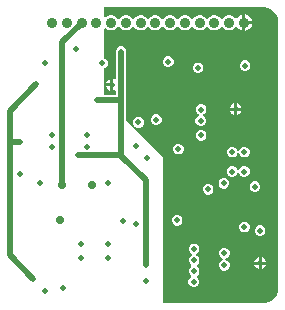
<source format=gbr>
%TF.GenerationSoftware,Altium Limited,Altium Designer,21.6.4 (81)*%
G04 Layer_Physical_Order=3*
G04 Layer_Color=16440176*
%FSLAX43Y43*%
%MOMM*%
%TF.SameCoordinates,237B7D82-E972-44EC-B40D-EB97757C63C7*%
%TF.FilePolarity,Positive*%
%TF.FileFunction,Copper,L3,Inr,Signal*%
%TF.Part,Single*%
G01*
G75*
%TA.AperFunction,Conductor*%
%ADD26C,0.500*%
%TA.AperFunction,ComponentPad*%
%ADD29C,0.900*%
%ADD30C,0.500*%
%TA.AperFunction,ViaPad*%
%ADD31C,0.700*%
%ADD32C,0.500*%
G36*
X9600Y14951D02*
X9832Y14855D01*
X10040Y14716D01*
X10216Y14540D01*
X10355Y14332D01*
X10451Y14100D01*
X10500Y13855D01*
Y13730D01*
Y-8750D01*
X10500Y-8750D01*
X10500Y-8873D01*
X10452Y-9115D01*
X10358Y-9342D01*
X10221Y-9547D01*
X10047Y-9721D01*
X9842Y-9858D01*
X9615Y-9952D01*
X9373Y-10000D01*
X9250Y-10000D01*
X750D01*
Y2250D01*
X-1500Y4500D01*
X-2417Y5417D01*
Y7150D01*
Y11059D01*
X-2375Y11160D01*
Y11340D01*
X-2444Y11505D01*
X-2570Y11631D01*
X-2735Y11700D01*
X-2915D01*
X-3080Y11631D01*
X-3206Y11505D01*
X-3275Y11340D01*
Y11160D01*
X-3233Y11059D01*
Y8962D01*
X-3360Y8896D01*
X-3473Y8943D01*
Y8450D01*
Y7957D01*
X-3360Y8004D01*
X-3233Y7938D01*
Y7558D01*
X-4250D01*
Y9825D01*
X-4145Y9869D01*
X-4019Y9995D01*
X-3950Y10160D01*
Y10340D01*
X-4019Y10505D01*
X-4145Y10631D01*
X-4250Y10675D01*
Y13176D01*
X-4123Y13229D01*
X-4074Y13180D01*
X-3926Y13094D01*
X-3761Y13050D01*
X-3589D01*
X-3424Y13094D01*
X-3276Y13180D01*
X-3155Y13301D01*
X-3123Y13356D01*
X-2977D01*
X-2945Y13301D01*
X-2824Y13180D01*
X-2676Y13094D01*
X-2511Y13050D01*
X-2339D01*
X-2174Y13094D01*
X-2026Y13180D01*
X-1905Y13301D01*
X-1873Y13356D01*
X-1727D01*
X-1695Y13301D01*
X-1574Y13180D01*
X-1426Y13094D01*
X-1261Y13050D01*
X-1089D01*
X-924Y13094D01*
X-776Y13180D01*
X-655Y13301D01*
X-623Y13356D01*
X-477D01*
X-445Y13301D01*
X-324Y13180D01*
X-176Y13094D01*
X-11Y13050D01*
X161D01*
X326Y13094D01*
X474Y13180D01*
X595Y13301D01*
X627Y13356D01*
X773D01*
X805Y13301D01*
X926Y13180D01*
X1074Y13094D01*
X1239Y13050D01*
X1411D01*
X1576Y13094D01*
X1724Y13180D01*
X1845Y13301D01*
X1877Y13356D01*
X2023D01*
X2055Y13301D01*
X2176Y13180D01*
X2324Y13094D01*
X2489Y13050D01*
X2661D01*
X2826Y13094D01*
X2974Y13180D01*
X3095Y13301D01*
X3127Y13356D01*
X3273D01*
X3305Y13301D01*
X3426Y13180D01*
X3574Y13094D01*
X3739Y13050D01*
X3911D01*
X4076Y13094D01*
X4224Y13180D01*
X4345Y13301D01*
X4377Y13356D01*
X4523D01*
X4555Y13301D01*
X4676Y13180D01*
X4824Y13094D01*
X4989Y13050D01*
X5161D01*
X5326Y13094D01*
X5474Y13180D01*
X5595Y13301D01*
X5627Y13356D01*
X5773D01*
X5805Y13301D01*
X5926Y13180D01*
X6074Y13094D01*
X6239Y13050D01*
X6411D01*
X6576Y13094D01*
X6724Y13180D01*
X6845Y13301D01*
X6845Y13302D01*
X6992D01*
X7012Y13268D01*
X7143Y13137D01*
X7303Y13044D01*
X7448Y13005D01*
Y13700D01*
Y14395D01*
X7303Y14356D01*
X7143Y14263D01*
X7012Y14132D01*
X6992Y14098D01*
X6845D01*
X6845Y14099D01*
X6724Y14220D01*
X6576Y14306D01*
X6411Y14350D01*
X6239D01*
X6074Y14306D01*
X5926Y14220D01*
X5805Y14099D01*
X5773Y14044D01*
X5627D01*
X5595Y14099D01*
X5474Y14220D01*
X5326Y14306D01*
X5161Y14350D01*
X4989D01*
X4824Y14306D01*
X4676Y14220D01*
X4555Y14099D01*
X4523Y14044D01*
X4377D01*
X4345Y14099D01*
X4224Y14220D01*
X4076Y14306D01*
X3911Y14350D01*
X3739D01*
X3574Y14306D01*
X3426Y14220D01*
X3305Y14099D01*
X3273Y14044D01*
X3127D01*
X3095Y14099D01*
X2974Y14220D01*
X2826Y14306D01*
X2661Y14350D01*
X2489D01*
X2324Y14306D01*
X2176Y14220D01*
X2055Y14099D01*
X2023Y14044D01*
X1877D01*
X1845Y14099D01*
X1724Y14220D01*
X1576Y14306D01*
X1411Y14350D01*
X1239D01*
X1074Y14306D01*
X926Y14220D01*
X805Y14099D01*
X773Y14044D01*
X627D01*
X595Y14099D01*
X474Y14220D01*
X326Y14306D01*
X161Y14350D01*
X-11D01*
X-176Y14306D01*
X-324Y14220D01*
X-445Y14099D01*
X-477Y14044D01*
X-623D01*
X-655Y14099D01*
X-776Y14220D01*
X-924Y14306D01*
X-1089Y14350D01*
X-1261D01*
X-1426Y14306D01*
X-1574Y14220D01*
X-1695Y14099D01*
X-1727Y14044D01*
X-1873D01*
X-1905Y14099D01*
X-2026Y14220D01*
X-2174Y14306D01*
X-2339Y14350D01*
X-2511D01*
X-2676Y14306D01*
X-2824Y14220D01*
X-2945Y14099D01*
X-2977Y14044D01*
X-3123D01*
X-3155Y14099D01*
X-3276Y14220D01*
X-3424Y14306D01*
X-3589Y14350D01*
X-3761D01*
X-3926Y14306D01*
X-4074Y14220D01*
X-4123Y14171D01*
X-4250Y14224D01*
Y15000D01*
X9230Y15000D01*
X9355D01*
X9600Y14951D01*
D02*
G37*
%LPC*%
G36*
X7702Y14395D02*
Y13827D01*
X8270D01*
X8231Y13972D01*
X8138Y14132D01*
X8007Y14263D01*
X7847Y14356D01*
X7702Y14395D01*
D02*
G37*
G36*
X8270Y13573D02*
X7702D01*
Y13005D01*
X7847Y13044D01*
X8007Y13137D01*
X8138Y13268D01*
X8231Y13428D01*
X8270Y13573D01*
D02*
G37*
G36*
X1265Y10850D02*
X1085D01*
X920Y10781D01*
X794Y10655D01*
X725Y10490D01*
Y10310D01*
X794Y10145D01*
X920Y10019D01*
X1085Y9950D01*
X1265D01*
X1430Y10019D01*
X1556Y10145D01*
X1625Y10310D01*
Y10490D01*
X1556Y10655D01*
X1430Y10781D01*
X1265Y10850D01*
D02*
G37*
G36*
X7765Y10500D02*
X7585D01*
X7420Y10431D01*
X7294Y10305D01*
X7225Y10140D01*
Y9960D01*
X7294Y9795D01*
X7420Y9669D01*
X7585Y9600D01*
X7765D01*
X7930Y9669D01*
X8056Y9795D01*
X8125Y9960D01*
Y10140D01*
X8056Y10305D01*
X7930Y10431D01*
X7765Y10500D01*
D02*
G37*
G36*
X3790Y10325D02*
X3610D01*
X3445Y10256D01*
X3319Y10130D01*
X3250Y9965D01*
Y9785D01*
X3319Y9620D01*
X3445Y9494D01*
X3610Y9425D01*
X3790D01*
X3955Y9494D01*
X4081Y9620D01*
X4150Y9785D01*
Y9965D01*
X4081Y10130D01*
X3955Y10256D01*
X3790Y10325D01*
D02*
G37*
G36*
X-3727Y8943D02*
X-3885Y8877D01*
X-4027Y8735D01*
X-4093Y8577D01*
X-3727D01*
Y8943D01*
D02*
G37*
G36*
Y8323D02*
X-4093D01*
X-4027Y8165D01*
X-3885Y8023D01*
X-3727Y7957D01*
Y8323D01*
D02*
G37*
G36*
X7002Y6868D02*
Y6502D01*
X7368D01*
X7302Y6660D01*
X7160Y6802D01*
X7002Y6868D01*
D02*
G37*
G36*
X6748D02*
X6589Y6802D01*
X6448Y6660D01*
X6382Y6502D01*
X6748D01*
Y6868D01*
D02*
G37*
G36*
X7368Y6248D02*
X7002D01*
Y5882D01*
X7160Y5948D01*
X7302Y6090D01*
X7368Y6248D01*
D02*
G37*
G36*
X6748D02*
X6382D01*
X6448Y6090D01*
X6589Y5948D01*
X6748Y5882D01*
Y6248D01*
D02*
G37*
G36*
X240Y5950D02*
X60D01*
X-105Y5881D01*
X-231Y5755D01*
X-300Y5590D01*
Y5410D01*
X-231Y5245D01*
X-105Y5119D01*
X60Y5050D01*
X240D01*
X405Y5119D01*
X531Y5245D01*
X600Y5410D01*
Y5590D01*
X531Y5755D01*
X405Y5881D01*
X240Y5950D01*
D02*
G37*
G36*
X4040Y6800D02*
X3860D01*
X3695Y6731D01*
X3569Y6605D01*
X3500Y6440D01*
Y6260D01*
X3569Y6095D01*
X3695Y5969D01*
X3742Y5949D01*
Y5811D01*
X3670Y5781D01*
X3544Y5655D01*
X3475Y5490D01*
Y5310D01*
X3544Y5145D01*
X3670Y5019D01*
X3835Y4950D01*
X4015D01*
X4180Y5019D01*
X4306Y5145D01*
X4375Y5310D01*
Y5490D01*
X4306Y5655D01*
X4180Y5781D01*
X4133Y5801D01*
Y5939D01*
X4205Y5969D01*
X4331Y6095D01*
X4400Y6260D01*
Y6440D01*
X4331Y6605D01*
X4205Y6731D01*
X4040Y6800D01*
D02*
G37*
G36*
X-1260Y5700D02*
X-1440D01*
X-1605Y5631D01*
X-1731Y5505D01*
X-1800Y5340D01*
Y5160D01*
X-1731Y4995D01*
X-1605Y4869D01*
X-1440Y4800D01*
X-1260D01*
X-1095Y4869D01*
X-969Y4995D01*
X-900Y5160D01*
Y5340D01*
X-969Y5505D01*
X-1095Y5631D01*
X-1260Y5700D01*
D02*
G37*
G36*
X4040Y4600D02*
X3860D01*
X3695Y4531D01*
X3569Y4405D01*
X3500Y4240D01*
Y4060D01*
X3569Y3895D01*
X3695Y3769D01*
X3860Y3700D01*
X4040D01*
X4205Y3769D01*
X4331Y3895D01*
X4400Y4060D01*
Y4240D01*
X4331Y4405D01*
X4205Y4531D01*
X4040Y4600D01*
D02*
G37*
G36*
X7690Y3200D02*
X7510D01*
X7345Y3131D01*
X7219Y3005D01*
X7150Y2840D01*
X7025D01*
X6956Y3005D01*
X6830Y3131D01*
X6665Y3200D01*
X6485D01*
X6320Y3131D01*
X6194Y3005D01*
X6125Y2840D01*
Y2660D01*
X6194Y2495D01*
X6320Y2369D01*
X6485Y2300D01*
X6665D01*
X6830Y2369D01*
X6956Y2495D01*
X7025Y2660D01*
X7150D01*
X7219Y2495D01*
X7345Y2369D01*
X7510Y2300D01*
X7690D01*
X7855Y2369D01*
X7981Y2495D01*
X8050Y2660D01*
Y2840D01*
X7981Y3005D01*
X7855Y3131D01*
X7690Y3200D01*
D02*
G37*
G36*
X2115Y3450D02*
X1935D01*
X1770Y3381D01*
X1644Y3255D01*
X1575Y3090D01*
Y2910D01*
X1644Y2745D01*
X1770Y2619D01*
X1935Y2550D01*
X2115D01*
X2280Y2619D01*
X2406Y2745D01*
X2475Y2910D01*
Y3090D01*
X2406Y3255D01*
X2280Y3381D01*
X2115Y3450D01*
D02*
G37*
G36*
X7690Y1550D02*
X7510D01*
X7345Y1481D01*
X7219Y1355D01*
X7150Y1190D01*
X7025D01*
X6956Y1355D01*
X6830Y1481D01*
X6665Y1550D01*
X6485D01*
X6320Y1481D01*
X6194Y1355D01*
X6125Y1190D01*
Y1010D01*
X6194Y845D01*
X6320Y719D01*
X6485Y650D01*
X6665D01*
X6830Y719D01*
X6956Y845D01*
X7025Y1010D01*
X7150D01*
X7219Y845D01*
X7345Y719D01*
X7510Y650D01*
X7690D01*
X7855Y719D01*
X7981Y845D01*
X8050Y1010D01*
Y1190D01*
X7981Y1355D01*
X7855Y1481D01*
X7690Y1550D01*
D02*
G37*
G36*
X5965Y550D02*
X5785D01*
X5620Y481D01*
X5494Y355D01*
X5425Y190D01*
Y10D01*
X5494Y-155D01*
X5620Y-281D01*
X5785Y-350D01*
X5965D01*
X6130Y-281D01*
X6256Y-155D01*
X6325Y10D01*
Y190D01*
X6256Y355D01*
X6130Y481D01*
X5965Y550D01*
D02*
G37*
G36*
X8590Y275D02*
X8410D01*
X8245Y206D01*
X8119Y80D01*
X8050Y-85D01*
Y-265D01*
X8119Y-430D01*
X8245Y-556D01*
X8410Y-625D01*
X8590D01*
X8755Y-556D01*
X8881Y-430D01*
X8950Y-265D01*
Y-85D01*
X8881Y80D01*
X8755Y206D01*
X8590Y275D01*
D02*
G37*
G36*
X4640Y50D02*
X4460D01*
X4295Y-19D01*
X4169Y-145D01*
X4100Y-310D01*
Y-490D01*
X4169Y-655D01*
X4295Y-781D01*
X4460Y-850D01*
X4640D01*
X4805Y-781D01*
X4931Y-655D01*
X5000Y-490D01*
Y-310D01*
X4931Y-145D01*
X4805Y-19D01*
X4640Y50D01*
D02*
G37*
G36*
X2015Y-2575D02*
X1835D01*
X1670Y-2644D01*
X1544Y-2770D01*
X1475Y-2935D01*
Y-3115D01*
X1544Y-3280D01*
X1670Y-3406D01*
X1835Y-3475D01*
X2015D01*
X2180Y-3406D01*
X2306Y-3280D01*
X2375Y-3115D01*
Y-2935D01*
X2306Y-2770D01*
X2180Y-2644D01*
X2015Y-2575D01*
D02*
G37*
G36*
X7715Y-3150D02*
X7535D01*
X7370Y-3219D01*
X7244Y-3345D01*
X7175Y-3510D01*
Y-3690D01*
X7244Y-3855D01*
X7370Y-3981D01*
X7535Y-4050D01*
X7715D01*
X7880Y-3981D01*
X8006Y-3855D01*
X8075Y-3690D01*
Y-3510D01*
X8006Y-3345D01*
X7880Y-3219D01*
X7715Y-3150D01*
D02*
G37*
G36*
X9040Y-3450D02*
X8860D01*
X8695Y-3519D01*
X8569Y-3645D01*
X8500Y-3810D01*
Y-3990D01*
X8569Y-4155D01*
X8695Y-4281D01*
X8860Y-4350D01*
X9040D01*
X9205Y-4281D01*
X9331Y-4155D01*
X9400Y-3990D01*
Y-3810D01*
X9331Y-3645D01*
X9205Y-3519D01*
X9040Y-3450D01*
D02*
G37*
G36*
X9077Y-6157D02*
Y-6523D01*
X9443D01*
X9377Y-6365D01*
X9235Y-6223D01*
X9077Y-6157D01*
D02*
G37*
G36*
X8823D02*
X8665Y-6223D01*
X8523Y-6365D01*
X8457Y-6523D01*
X8823D01*
Y-6157D01*
D02*
G37*
G36*
X9443Y-6777D02*
X9077D01*
Y-7143D01*
X9235Y-7077D01*
X9377Y-6935D01*
X9443Y-6777D01*
D02*
G37*
G36*
X8823D02*
X8457D01*
X8523Y-6935D01*
X8665Y-7077D01*
X8823Y-7143D01*
Y-6777D01*
D02*
G37*
G36*
X6015Y-5375D02*
X5835D01*
X5670Y-5444D01*
X5544Y-5570D01*
X5475Y-5735D01*
Y-5915D01*
X5544Y-6080D01*
X5670Y-6207D01*
X5835Y-6275D01*
Y-6400D01*
X5670Y-6469D01*
X5544Y-6595D01*
X5475Y-6760D01*
Y-6940D01*
X5544Y-7105D01*
X5670Y-7231D01*
X5835Y-7300D01*
X6015D01*
X6180Y-7231D01*
X6306Y-7105D01*
X6375Y-6940D01*
Y-6760D01*
X6306Y-6595D01*
X6180Y-6469D01*
X6015Y-6400D01*
Y-6275D01*
X6180Y-6207D01*
X6306Y-6080D01*
X6375Y-5915D01*
Y-5735D01*
X6306Y-5570D01*
X6180Y-5444D01*
X6015Y-5375D01*
D02*
G37*
G36*
X3440Y-5000D02*
X3260D01*
X3095Y-5069D01*
X2969Y-5195D01*
X2900Y-5360D01*
Y-5540D01*
X2969Y-5705D01*
X3095Y-5831D01*
X3155Y-5856D01*
Y-5994D01*
X3095Y-6019D01*
X2969Y-6145D01*
X2900Y-6310D01*
Y-6490D01*
X2969Y-6655D01*
X3095Y-6781D01*
X3125Y-6794D01*
Y-6931D01*
X3095Y-6944D01*
X2969Y-7070D01*
X2900Y-7235D01*
Y-7415D01*
X2969Y-7580D01*
X3095Y-7706D01*
X3112Y-7714D01*
Y-7851D01*
X3070Y-7869D01*
X2944Y-7995D01*
X2875Y-8160D01*
Y-8340D01*
X2944Y-8505D01*
X3070Y-8631D01*
X3235Y-8700D01*
X3415D01*
X3580Y-8631D01*
X3706Y-8505D01*
X3775Y-8340D01*
Y-8160D01*
X3706Y-7995D01*
X3580Y-7869D01*
X3563Y-7861D01*
Y-7724D01*
X3605Y-7706D01*
X3731Y-7580D01*
X3800Y-7415D01*
Y-7235D01*
X3731Y-7070D01*
X3605Y-6944D01*
X3575Y-6931D01*
Y-6794D01*
X3605Y-6781D01*
X3731Y-6655D01*
X3800Y-6490D01*
Y-6310D01*
X3731Y-6145D01*
X3605Y-6019D01*
X3545Y-5994D01*
Y-5856D01*
X3605Y-5831D01*
X3731Y-5705D01*
X3800Y-5540D01*
Y-5360D01*
X3731Y-5195D01*
X3605Y-5069D01*
X3440Y-5000D01*
D02*
G37*
%LPD*%
D26*
X-7800Y12075D02*
X-6175Y13700D01*
X-7800Y-50D02*
Y12075D01*
X-6500Y2500D02*
X-2825D01*
X-750Y-6825D02*
Y375D01*
X-2825Y2450D02*
X-750Y375D01*
X-12250Y3625D02*
X-11375D01*
X-12250D02*
Y6250D01*
X-10025Y8475D01*
X-12250Y-6000D02*
X-10250Y-8000D01*
X-12250Y-6000D02*
Y3625D01*
X-2825Y7150D02*
Y11250D01*
Y2450D02*
Y7150D01*
X-4900D02*
X-2825D01*
D29*
X-8675Y13700D02*
D03*
X-7425D02*
D03*
X-6175D02*
D03*
X-4925D02*
D03*
X-3675D02*
D03*
X-2425D02*
D03*
X-1175D02*
D03*
X75D02*
D03*
X1325D02*
D03*
X2575D02*
D03*
X3825D02*
D03*
X5075D02*
D03*
X6325D02*
D03*
X7575D02*
D03*
D30*
X-1525Y3275D02*
D03*
Y-3325D02*
D03*
D31*
X-7800Y-50D02*
D03*
X-5250Y-50D02*
D03*
X-8000Y-3000D02*
D03*
D32*
X-2650Y-3100D02*
D03*
X-9700Y125D02*
D03*
X-6500Y2500D02*
D03*
X-11375Y3625D02*
D03*
X3950Y4150D02*
D03*
X-2825Y11250D02*
D03*
X-4900Y7150D02*
D03*
X-4400Y10250D02*
D03*
X-6650Y11500D02*
D03*
X-10250Y-8000D02*
D03*
X7675Y10050D02*
D03*
X8500Y-175D02*
D03*
X7600Y1100D02*
D03*
X6575D02*
D03*
X7625Y-3600D02*
D03*
X3925Y5400D02*
D03*
X-9225Y-9050D02*
D03*
X3325Y-8250D02*
D03*
X2025Y3000D02*
D03*
X-650Y2225D02*
D03*
X-3950Y125D02*
D03*
X4550Y-400D02*
D03*
X-3600Y8450D02*
D03*
X1925Y-3025D02*
D03*
X-10025Y8475D02*
D03*
X-1350Y5250D02*
D03*
X150Y5500D02*
D03*
X-9250Y10325D02*
D03*
X-5675Y4200D02*
D03*
X1175Y10400D02*
D03*
X3700Y9875D02*
D03*
X3950Y6350D02*
D03*
X6875Y6375D02*
D03*
X-675Y-8150D02*
D03*
X-7750Y-8725D02*
D03*
X-750Y-6825D02*
D03*
X3350Y-7325D02*
D03*
Y-6400D02*
D03*
Y-5450D02*
D03*
X5875Y100D02*
D03*
X-5675Y3200D02*
D03*
X-8700Y4200D02*
D03*
Y3200D02*
D03*
X-11400Y850D02*
D03*
X8950Y-6650D02*
D03*
X8950Y-3900D02*
D03*
X6575Y2750D02*
D03*
X7600D02*
D03*
X5925Y-6850D02*
D03*
Y-5825D02*
D03*
X-6250Y-5000D02*
D03*
Y-6200D02*
D03*
X-3925D02*
D03*
Y-5000D02*
D03*
%TF.MD5,3112843fa7349b9ddef92370b8956f88*%
M02*

</source>
